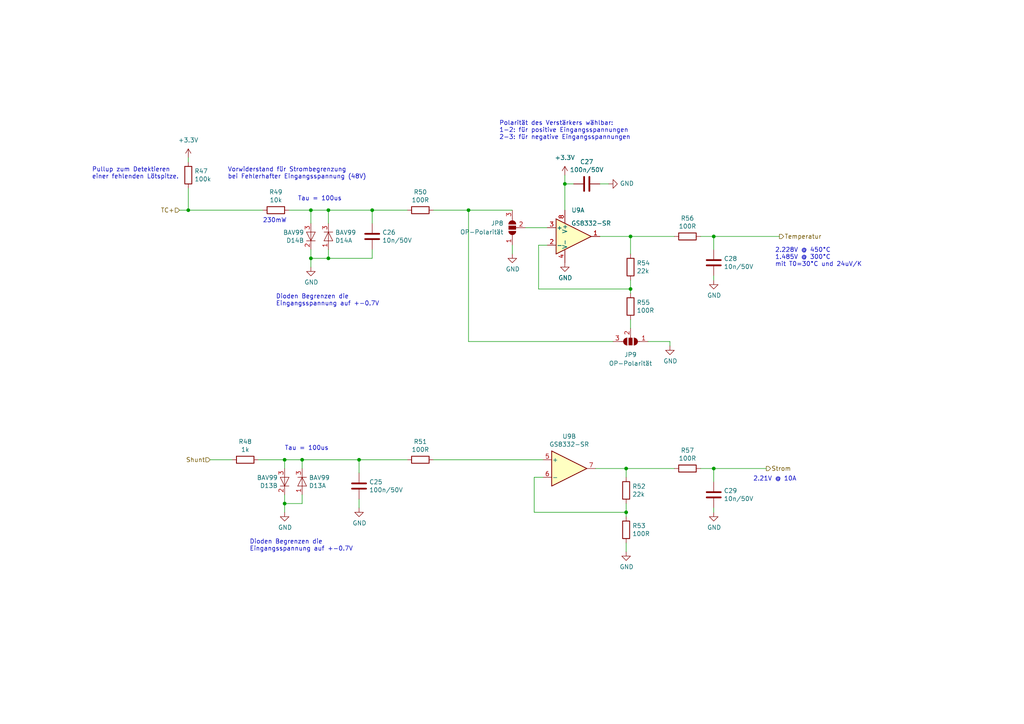
<source format=kicad_sch>
(kicad_sch (version 20211123) (generator eeschema)
  (paper "A4")
  (title_block (title "HTL Lötregler Mini") (date "2021-09-22") (rev "22.0.0-dev") (company "HTL Steyr") (comment 1 "Prof. Karl Zeilhofer et al."))
  (lib_symbols
    (symbol "Amplifier_Operational:LM358" (pin_names (offset 0.127))
      (property "Reference" "U" (at 0 5.08 0))
      (property "Value" "LM358" (at 0 -5.08 0))
      (symbol "LM358_1_1"
        (polyline (pts (xy -5.08 5.08) (xy 5.08 0) (xy -5.08 -5.08) (xy -5.08 5.08)) (stroke (width 0.254)) (fill (type background)))
        (pin output line (at 7.62 0 180) (length 2.54) (name "~") (number "1"))
        (pin input line (at -7.62 -2.54 0) (length 2.54) (name "-") (number "2"))
        (pin input line (at -7.62 2.54 0) (length 2.54) (name "+") (number "3"))
      )
      (symbol "LM358_2_1"
        (polyline (pts (xy -5.08 5.08) (xy 5.08 0) (xy -5.08 -5.08) (xy -5.08 5.08)) (stroke (width 0.254)) (fill (type background)))
        (pin input line (at -7.62 2.54 0) (length 2.54) (name "+") (number "5"))
        (pin input line (at -7.62 -2.54 0) (length 2.54) (name "-") (number "6"))
        (pin output line (at 7.62 0 180) (length 2.54) (name "~") (number "7"))
      )
      (symbol "LM358_3_1"
        (pin power_in line (at -2.54 -7.62 90) (length 3.81) (name "V-") (number "4"))
        (pin power_in line (at -2.54 7.62 270) (length 3.81) (name "V+") (number "8"))
      )
    )
    (symbol "Device:C" (pin_numbers hide) (pin_names (offset 0.254))
      (property "Reference" "C" (at 0.635 2.54 0))
      (property "Value" "C" (at 0.635 -2.54 0))
      (symbol "C_0_1"
        (polyline (pts (xy -2.032 -0.762) (xy 2.032 -0.762)) (stroke (width 0.508)))
        (polyline (pts (xy -2.032 0.762) (xy 2.032 0.762)) (stroke (width 0.508)))
      )
      (symbol "C_1_1"
        (pin passive line (at 0 3.81 270) (length 2.794) (name "~") (number "1"))
        (pin passive line (at 0 -3.81 90) (length 2.794) (name "~") (number "2"))
      )
    )
    (symbol "Device:R" (pin_numbers hide) (pin_names (offset 0))
      (property "Reference" "R" (at 2.032 0 90))
      (property "Value" "R" (at 0 0 90))
      (symbol "R_0_1"
        (rectangle (start -1.016 -2.54) (end 1.016 2.54) (stroke (width 0.254)))
      )
      (symbol "R_1_1"
        (pin passive line (at 0 3.81 270) (length 1.27) (name "~") (number "1"))
        (pin passive line (at 0 -3.81 90) (length 1.27) (name "~") (number "2"))
      )
    )
    (symbol "Jumper:SolderJumper_3_Open" (pin_names (offset 0) hide)
      (property "Reference" "JP" (at -2.54 -2.54 0))
      (property "Value" "SolderJumper_3_Open" (at 0 2.794 0))
      (symbol "SolderJumper_3_Open_0_1"
        (arc (start -1.016 1.016) (mid -2.032 0) (end -1.016 -1.016))
        (arc (start -1.016 1.016) (mid -2.032 0) (end -1.016 -1.016) (fill (type outline)))
        (rectangle (start -0.508 1.016) (end 0.508 -1.016) (fill (type outline)))
        (polyline (pts (xy -2.54 0) (xy -2.032 0)))
        (polyline (pts (xy -1.016 1.016) (xy -1.016 -1.016)))
        (polyline (pts (xy 0 -1.27) (xy 0 -1.016)))
        (polyline (pts (xy 1.016 1.016) (xy 1.016 -1.016)))
        (polyline (pts (xy 2.54 0) (xy 2.032 0)))
        (arc (start 1.016 -1.016) (mid 2.032 0) (end 1.016 1.016))
        (arc (start 1.016 -1.016) (mid 2.032 0) (end 1.016 1.016) (fill (type outline)))
      )
      (symbol "SolderJumper_3_Open_1_1"
        (pin passive line (at -5.08 0 0) (length 2.54) (name "A") (number "1"))
        (pin passive line (at 0 -3.81 90) (length 2.54) (name "C") (number "2"))
        (pin passive line (at 5.08 0 180) (length 2.54) (name "B") (number "3"))
      )
    )
    (symbol "jbc-miniregler-rescue:BAV99-Diode" (pin_names (offset 1.016) hide)
      (property "Reference" "D" (at 0 2.54 0))
      (property "Value" "BAV99-Diode" (at 0 -2.54 0))
      (symbol "BAV99-Diode_0_1"
        (polyline (pts (xy -1.27 1.27) (xy -1.27 -1.27)) (stroke (width 0.1524)))
        (polyline (pts (xy 1.27 0) (xy -1.27 0)))
        (polyline (pts (xy 1.27 1.27) (xy 1.27 -1.27)))
        (polyline (pts (xy 1.27 1.27) (xy -1.27 0) (xy 1.27 -1.27)))
      )
      (symbol "BAV99-Diode_1_1"
        (pin passive line (at 3.81 0 180) (length 2.54) (name "A") (number "1"))
        (pin passive line (at -3.81 0 0) (length 2.54) (name "K") (number "3"))
      )
      (symbol "BAV99-Diode_2_1"
        (pin passive line (at -3.81 0 0) (length 2.54) (name "K") (number "2"))
        (pin passive line (at 3.81 0 180) (length 2.54) (name "A") (number "3"))
      )
    )
    (symbol "power:+3.3V" (power) (pin_names (offset 0))
      (property "Value" "+3.3V" (at 0 3.556 0))
      (symbol "+3.3V_0_1"
        (polyline (pts (xy -0.762 1.27) (xy 0 2.54)))
        (polyline (pts (xy 0 0) (xy 0 2.54)))
        (polyline (pts (xy 0 2.54) (xy 0.762 1.27)))
      )
      (symbol "+3.3V_1_1"
        (pin power_in line (at 0 0 90) (length 0) hide (name "+3.3V") (number "1"))
      )
    )
    (symbol "power:GND" (power) (pin_names (offset 0))
      (property "Value" "GND" (at 0 -3.81 0))
      (symbol "GND_0_1"
        (polyline (pts (xy 0 0) (xy 0 -1.27) (xy 1.27 -1.27) (xy 0 -2.54) (xy -1.27 -1.27) (xy 0 -1.27)))
      )
      (symbol "GND_1_1"
        (pin power_in line (at 0 0 270) (length 0) hide (name "GND") (number "1"))
      )
    )
  )
  (junction (at 181.61 148.59))
  (junction (at 182.88 68.58))
  (junction (at 95.25 60.96))
  (junction (at 207.01 135.89))
  (junction (at 182.88 83.82))
  (junction (at 82.55 146.05))
  (junction (at 82.55 133.35))
  (junction (at 90.17 74.93))
  (junction (at 90.17 60.96))
  (junction (at 54.61 60.96))
  (junction (at 135.89 60.96))
  (junction (at 87.63 133.35))
  (junction (at 207.01 68.58))
  (junction (at 95.25 74.93))
  (junction (at 107.95 60.96))
  (junction (at 104.14 133.35))
  (junction (at 163.83 53.34))
  (junction (at 181.61 135.89))
  (wire (pts (xy 203.2 68.58) (xy 207.01 68.58)))
  (wire (pts (xy 60.96 133.35) (xy 67.31 133.35)))
  (wire (pts (xy 54.61 54.61) (xy 54.61 60.96)))
  (wire (pts (xy 107.95 64.77) (xy 107.95 60.96)))
  (wire (pts (xy 95.25 60.96) (xy 90.17 60.96)))
  (wire (pts (xy 176.53 53.34) (xy 173.99 53.34)))
  (wire (pts (xy 148.59 73.66) (xy 148.59 71.12)))
  (wire (pts (xy 152.4 66.04) (xy 158.75 66.04)))
  (wire (pts (xy 207.01 81.28) (xy 207.01 80.01)))
  (wire (pts (xy 82.55 133.35) (xy 87.63 133.35)))
  (wire (pts (xy 90.17 74.93) (xy 95.25 74.93)))
  (wire (pts (xy 54.61 60.96) (xy 76.2 60.96)))
  (wire (pts (xy 207.01 68.58) (xy 226.06 68.58)))
  (wire (pts (xy 181.61 157.48) (xy 181.61 160.02)))
  (wire (pts (xy 181.61 148.59) (xy 181.61 149.86)))
  (wire (pts (xy 207.01 148.59) (xy 207.01 147.32)))
  (wire (pts (xy 95.25 74.93) (xy 107.95 74.93)))
  (wire (pts (xy 95.25 72.39) (xy 95.25 74.93)))
  (wire (pts (xy 74.93 133.35) (xy 82.55 133.35)))
  (wire (pts (xy 194.31 99.06) (xy 194.31 100.33)))
  (wire (pts (xy 90.17 77.47) (xy 90.17 74.93)))
  (wire (pts (xy 87.63 135.89) (xy 87.63 133.35)))
  (wire (pts (xy 187.96 99.06) (xy 194.31 99.06)))
  (wire (pts (xy 52.07 60.96) (xy 54.61 60.96)))
  (wire (pts (xy 107.95 60.96) (xy 95.25 60.96)))
  (wire (pts (xy 82.55 148.59) (xy 82.55 146.05)))
  (wire (pts (xy 107.95 74.93) (xy 107.95 72.39)))
  (wire (pts (xy 181.61 148.59) (xy 154.94 148.59)))
  (wire (pts (xy 54.61 45.72) (xy 54.61 46.99)))
  (wire (pts (xy 90.17 74.93) (xy 90.17 72.39)))
  (wire (pts (xy 207.01 72.39) (xy 207.01 68.58)))
  (wire (pts (xy 182.88 81.28) (xy 182.88 83.82)))
  (wire (pts (xy 90.17 60.96) (xy 83.82 60.96)))
  (wire (pts (xy 82.55 146.05) (xy 87.63 146.05)))
  (wire (pts (xy 118.11 60.96) (xy 107.95 60.96)))
  (wire (pts (xy 163.83 53.34) (xy 163.83 60.96)))
  (wire (pts (xy 104.14 147.32) (xy 104.14 144.78)))
  (wire (pts (xy 182.88 68.58) (xy 195.58 68.58)))
  (wire (pts (xy 181.61 135.89) (xy 181.61 138.43)))
  (wire (pts (xy 156.21 83.82) (xy 156.21 71.12)))
  (wire (pts (xy 90.17 60.96) (xy 90.17 64.77)))
  (wire (pts (xy 135.89 60.96) (xy 135.89 99.06)))
  (wire (pts (xy 87.63 143.51) (xy 87.63 146.05)))
  (wire (pts (xy 104.14 133.35) (xy 118.11 133.35)))
  (wire (pts (xy 166.37 53.34) (xy 163.83 53.34)))
  (wire (pts (xy 182.88 83.82) (xy 156.21 83.82)))
  (wire (pts (xy 104.14 137.16) (xy 104.14 133.35)))
  (wire (pts (xy 95.25 64.77) (xy 95.25 60.96)))
  (wire (pts (xy 154.94 138.43) (xy 157.48 138.43)))
  (wire (pts (xy 156.21 71.12) (xy 158.75 71.12)))
  (wire (pts (xy 181.61 135.89) (xy 195.58 135.89)))
  (wire (pts (xy 154.94 148.59) (xy 154.94 138.43)))
  (wire (pts (xy 182.88 83.82) (xy 182.88 85.09)))
  (wire (pts (xy 207.01 139.7) (xy 207.01 135.89)))
  (wire (pts (xy 163.83 50.8) (xy 163.83 53.34)))
  (wire (pts (xy 87.63 133.35) (xy 104.14 133.35)))
  (wire (pts (xy 207.01 135.89) (xy 222.25 135.89)))
  (wire (pts (xy 172.72 135.89) (xy 181.61 135.89)))
  (wire (pts (xy 135.89 60.96) (xy 148.59 60.96)))
  (wire (pts (xy 173.99 68.58) (xy 182.88 68.58)))
  (wire (pts (xy 182.88 68.58) (xy 182.88 73.66)))
  (wire (pts (xy 125.73 133.35) (xy 157.48 133.35)))
  (wire (pts (xy 135.89 60.96) (xy 125.73 60.96)))
  (wire (pts (xy 82.55 146.05) (xy 82.55 143.51)))
  (wire (pts (xy 135.89 99.06) (xy 177.8 99.06)))
  (wire (pts (xy 181.61 146.05) (xy 181.61 148.59)))
  (wire (pts (xy 182.88 92.71) (xy 182.88 95.25)))
  (wire (pts (xy 82.55 135.89) (xy 82.55 133.35)))
  (wire (pts (xy 203.2 135.89) (xy 207.01 135.89)))
  (text "Dioden Begrenzen die \nEingangsspannung auf +-0.7V" (at 80.01 88.9 0) (effects (font (size 1.27 1.27)) (justify left bottom)))
  (text "230mW" (at 76.2 64.77 0) (effects (font (size 1.27 1.27)) (justify left bottom)))
  (text "Tau = 100us" (at 82.55 130.81 0) (effects (font (size 1.27 1.27)) (justify left bottom)))
  (text "Vorwiderstand für Strombegrenzung \nbei Fehlerhafter Eingangsspannung (48V)" (at 66.04 52.07 0) (effects (font (size 1.27 1.27)) (justify left bottom)))
  (text "Pullup zum Detektieren\neiner fehlenden Lötspitze. " (at 26.67 52.07 0) (effects (font (size 1.27 1.27)) (justify left bottom)))
  (text "Tau = 100us" (at 86.36 58.42 0) (effects (font (size 1.27 1.27)) (justify left bottom)))
  (text "Polarität des Verstärkers wählbar:\n1-2: für positive Eingangsspannungen\n2-3: für negative Eingangsspannungen" (at 144.78 40.64 0) (effects (font (size 1.27 1.27)) (justify left bottom)))
  (text "2.228V @ 450°C\n1.485V @ 300°C\nmit T0=30°C und 24uV/K" (at 224.79 77.47 0) (effects (font (size 1.27 1.27)) (justify left bottom)))
  (text "2.21V @ 10A" (at 218.44 139.7 0) (effects (font (size 1.27 1.27)) (justify left bottom)))
  (text "Dioden Begrenzen die \nEingangsspannung auf +-0.7V" (at 72.39 160.02 0) (effects (font (size 1.27 1.27)) (justify left bottom)))
  (hierarchical_label "TC+" (shape input) (at 52.07 60.96 180))
  (hierarchical_label "Shunt" (shape input) (at 60.96 133.35 180))
  (hierarchical_label "Temperatur" (shape output) (at 226.06 68.58 0))
  (hierarchical_label "Strom" (shape output) (at 222.25 135.89 0))
  (symbol (lib_id "Amplifier_Operational:LM358") (at 166.37 68.58 0) (unit 1)
    (property "Reference" "U9" (at 167.64 60.96 0))
    (property "Value" "GS8332-SR" (at 171.45 64.77 0))
    (property "Footprint" "Package_SO:SOIC-8_3.9x4.9mm_P1.27mm" (effects hide))
    (property "Datasheet" "http://www.ti.com/lit/ds/symlink/lm2904-n.pdf" (effects hide))
    (property "DistOrderNr" "C157713" (effects hide))
    (property "Distributor" "LCSC" (effects hide))
    (property "ManPartNr" "GS8332-SR" (effects hide))
    (property "Manufacturer" "Gainsil" (effects hide))
    (property "Notes" "Zero-Drift 2 2.1V ~ 5.5V 20uA 350kHz 0.2 V/us SOP-8_150mil Precision OpAmps" (effects hide))
    (property "PriceEUR" "0.3016" (effects hide))
    (property "PriceForQty" "100" (effects hide))
  )
  (symbol (lib_id "power:GND") (at 163.83 76.2 0) (unit 1)
    (property "Reference" "#PWR048" (effects hide))
    (property "Value" "GND" (at 163.957 80.5942 0))
  )
  (symbol (lib_id "Device:C") (at 170.18 53.34 270) (unit 1)
    (property "Reference" "C27" (at 170.18 46.9392 90))
    (property "Value" "100n/50V" (at 170.18 49.2506 90))
    (property "Footprint" "Capacitor_SMD:C_1206_3216Metric" (effects hide))
    (property "Datasheet" "https://datasheet.lcsc.com/szlcsc/1811151136_Walsin-Tech-Corp-0603B104K160CT_C80516.pdf" (effects hide))
    (property "DistOrderNr" "C464972" (effects hide))
    (property "Distributor" "LCSC" (effects hide))
    (property "ManPartNr" "FN31X104K500PXG" (effects hide))
    (property "Manufacturer" "PSA(Prosperity Dielectrics)" (effects hide))
    (property "Notes" "100nF ±10% 50V X7R Multilayer Ceramic Capacitors MLCC" (effects hide))
    (property "PriceEUR" "0.0093" (effects hide))
    (property "PriceForQty" "500" (effects hide))
  )
  (symbol (lib_id "power:GND") (at 176.53 53.34 90) (unit 1)
    (property "Reference" "#PWR049" (effects hide))
    (property "Value" "GND" (at 179.7812 53.213 90) (effects (justify right)))
  )
  (symbol (lib_id "jbc-miniregler-rescue:BAV99-Diode") (at 90.17 68.58 90) (unit 2)
    (property "Reference" "D14" (at 88.1888 69.7484 90) (effects (justify left)))
    (property "Value" "BAV99" (at 88.1888 67.437 90) (effects (justify left)))
    (property "Footprint" "Package_TO_SOT_SMD:SOT-23" (effects hide))
    (property "Datasheet" "https://assets.nexperia.com/documents/data-sheet/BAV99_SER.pdf" (effects hide))
    (property "DistOrderNr" "C2886576" (effects hide))
    (property "Distributor" "LCSC" (effects hide))
    (property "ManPartNr" "BAV99" (effects hide))
    (property "Manufacturer" "Guangdong Hottech" (effects hide))
    (property "Notes" "70V 200mA 1.25V @ 150mA 6ns SOT-23 Switching Diode" (effects hide))
    (property "PriceEUR" "0.0073" (effects hide))
    (property "PriceForQty" "500" (effects hide))
  )
  (symbol (lib_id "jbc-miniregler-rescue:BAV99-Diode") (at 95.25 68.58 270) (unit 1)
    (property "Reference" "D14" (at 97.2058 69.7484 90) (effects (justify left)))
    (property "Value" "BAV99" (at 97.2058 67.437 90) (effects (justify left)))
    (property "Footprint" "Package_TO_SOT_SMD:SOT-23" (effects hide))
    (property "Datasheet" "https://assets.nexperia.com/documents/data-sheet/BAV99_SER.pdf" (effects hide))
    (property "DistOrderNr" "C2886576" (effects hide))
    (property "Distributor" "LCSC" (effects hide))
    (property "ManPartNr" "BAV99" (effects hide))
    (property "Manufacturer" "Guangdong Hottech" (effects hide))
    (property "Notes" "70V 200mA 1.25V @ 150mA 6ns SOT-23 Switching Diode" (effects hide))
    (property "PriceEUR" "0.0073" (effects hide))
    (property "PriceForQty" "500" (effects hide))
  )
  (symbol (lib_id "Device:R") (at 182.88 77.47 0) (unit 1)
    (property "Reference" "R54" (at 184.658 76.3016 0) (effects (justify left)))
    (property "Value" "22k" (at 184.658 78.613 0) (effects (justify left)))
    (property "Footprint" "Resistor_SMD:R_1206_3216Metric" (effects hide))
    (property "PriceEUR" "0.01" (effects hide))
    (property "Distributor" "AufLager" (effects hide))
    (property "DistOrderNr" "R3216-22k" (effects hide))
  )
  (symbol (lib_id "Device:R") (at 182.88 88.9 0) (unit 1)
    (property "Reference" "R55" (at 184.658 87.7316 0) (effects (justify left)))
    (property "Value" "100R" (at 184.658 90.043 0) (effects (justify left)))
    (property "Footprint" "Resistor_SMD:R_1206_3216Metric" (effects hide))
    (property "Datasheet" "https://datasheet.lcsc.com/lcsc/1811141436_Ever-Ohms-Tech-CR1206F100RP05Z_C245445.pdf" (effects hide))
    (property "PriceEUR" "0.0030" (effects hide))
    (property "DistOrderNr" "C245445" (effects hide))
    (property "Distributor" "LCSC" (effects hide))
    (property "ManPartNr" "CR1206F100RP05Z" (effects hide))
    (property "Manufacturer" "Ever Ohms Tech" (effects hide))
    (property "Notes" "0.25W ±1% ±100ppm/℃ 100Ω 1206" (effects hide))
    (property "PriceForQty" "500" (effects hide))
  )
  (symbol (lib_id "power:GND") (at 194.31 100.33 0) (unit 1)
    (property "Reference" "#PWR051" (effects hide))
    (property "Value" "GND" (at 194.437 104.7242 0))
  )
  (symbol (lib_id "Device:R") (at 80.01 60.96 270) (unit 1)
    (property "Reference" "R49" (at 80.01 55.7022 90))
    (property "Value" "10k" (at 80.01 58.0136 90))
    (property "Footprint" "Resistor_SMD:R_1206_3216Metric" (effects hide))
    (property "Datasheet" "https://datasheet.lcsc.com/lcsc/1810301936_FH--Guangdong-Fenghua-Advanced-Tech-RS-06K103JT_C118075.pdf" (effects hide))
    (property "PriceEUR" "0.01" (effects hide))
    (property "DistOrderNr" "C118075" (effects hide))
    (property "Distributor" "LCSC" (effects hide))
    (property "Notes" "10kΩ ±5% 0.25W ±100ppm/℃ 3216 Chip Resistor" (effects hide))
    (property "ManPartNr" "RS-06K103JT" (effects hide))
    (property "Manufacturer" "FH (Guangdong Fenghua Advanced Tech)" (effects hide))
  )
  (symbol (lib_id "Device:C") (at 107.95 68.58 0) (unit 1)
    (property "Reference" "C26" (at 110.871 67.4116 0) (effects (justify left)))
    (property "Value" "10n/50V" (at 110.871 69.723 0) (effects (justify left)))
    (property "Footprint" "Capacitor_SMD:C_1206_3216Metric" (effects hide))
    (property "Datasheet" "https://datasheet.lcsc.com/lcsc/2006031834_PSA-Prosperity-Dielectrics-FN31X103K500PXG_C525316.pdf" (effects hide))
    (property "DistOrderNr" "C525316" (effects hide))
    (property "Distributor" "LCSC" (effects hide))
    (property "ManPartNr" "FN31X103K500PXG" (effects hide))
    (property "Manufacturer" "PSA(Prosperity Dielectrics)" (effects hide))
    (property "Notes" "10nF ±10% 50V X7R  Multilayer Ceramic Capacitors MLCC" (effects hide))
    (property "PriceEUR" "0.0106" (effects hide))
    (property "PriceForQty" "500" (effects hide))
  )
  (symbol (lib_id "power:GND") (at 90.17 77.47 0) (unit 1)
    (property "Reference" "#PWR044" (effects hide))
    (property "Value" "GND" (at 90.297 81.8642 0))
  )
  (symbol (lib_id "Amplifier_Operational:LM358") (at 165.1 135.89 0) (unit 2)
    (property "Reference" "U9" (at 165.1 126.5682 0))
    (property "Value" "GS8332-SR" (at 165.1 128.8796 0))
    (property "Footprint" "Package_SO:SOIC-8_3.9x4.9mm_P1.27mm" (effects hide))
    (property "Datasheet" "http://www.ti.com/lit/ds/symlink/lm2904-n.pdf" (effects hide))
    (property "DistOrderNr" "C157713" (effects hide))
    (property "Distributor" "LCSC" (effects hide))
    (property "ManPartNr" "GS8332-SR" (effects hide))
    (property "Manufacturer" "Gainsil" (effects hide))
    (property "Notes" "Zero-Drift 2 2.1V ~ 5.5V 20uA 350kHz 0.2 V/us SOP-8_150mil Precision OpAmps" (effects hide))
    (property "PriceEUR" "0.3016" (effects hide))
    (property "PriceForQty" "100" (effects hide))
  )
  (symbol (lib_id "Device:R") (at 181.61 142.24 0) (unit 1)
    (property "Reference" "R52" (at 183.388 141.0716 0) (effects (justify left)))
    (property "Value" "22k" (at 183.388 143.383 0) (effects (justify left)))
    (property "Footprint" "Resistor_SMD:R_1206_3216Metric" (effects hide))
    (property "PriceEUR" "0.01" (effects hide))
    (property "Distributor" "AufLager" (effects hide))
    (property "DistOrderNr" "R3216-22k" (effects hide))
  )
  (symbol (lib_id "Device:R") (at 181.61 153.67 0) (unit 1)
    (property "Reference" "R53" (at 183.388 152.5016 0) (effects (justify left)))
    (property "Value" "100R" (at 183.388 154.813 0) (effects (justify left)))
    (property "Footprint" "Resistor_SMD:R_1206_3216Metric" (effects hide))
    (property "Datasheet" "https://datasheet.lcsc.com/lcsc/1811141436_Ever-Ohms-Tech-CR1206F100RP05Z_C245445.pdf" (effects hide))
    (property "PriceEUR" "0.0030" (effects hide))
    (property "DistOrderNr" "C245445" (effects hide))
    (property "Distributor" "LCSC" (effects hide))
    (property "ManPartNr" "CR1206F100RP05Z" (effects hide))
    (property "Manufacturer" "Ever Ohms Tech" (effects hide))
    (property "Notes" "0.25W ±1% ±100ppm/℃ 100Ω 1206" (effects hide))
    (property "PriceForQty" "500" (effects hide))
  )
  (symbol (lib_id "power:GND") (at 181.61 160.02 0) (unit 1)
    (property "Reference" "#PWR050" (effects hide))
    (property "Value" "GND" (at 181.737 164.4142 0))
  )
  (symbol (lib_id "power:GND") (at 104.14 147.32 0) (unit 1)
    (property "Reference" "#PWR045" (effects hide))
    (property "Value" "GND" (at 104.267 151.7142 0))
  )
  (symbol (lib_id "power:GND") (at 148.59 73.66 0) (unit 1)
    (property "Reference" "#PWR046" (effects hide))
    (property "Value" "GND" (at 148.717 78.0542 0))
  )
  (symbol (lib_id "Device:R") (at 121.92 60.96 90) (unit 1)
    (property "Reference" "R50" (at 121.92 55.7022 90))
    (property "Value" "100R" (at 121.92 58.0136 90))
    (property "Footprint" "Resistor_SMD:R_1206_3216Metric" (effects hide))
    (property "Datasheet" "https://datasheet.lcsc.com/lcsc/1811141436_Ever-Ohms-Tech-CR1206F100RP05Z_C245445.pdf" (effects hide))
    (property "PriceEUR" "0.0030" (effects hide))
    (property "DistOrderNr" "C245445" (effects hide))
    (property "Distributor" "LCSC" (effects hide))
    (property "ManPartNr" "CR1206F100RP05Z" (effects hide))
    (property "Manufacturer" "Ever Ohms Tech" (effects hide))
    (property "Notes" "0.25W ±1% ±100ppm/℃ 100Ω 1206" (effects hide))
    (property "PriceForQty" "500" (effects hide))
  )
  (symbol (lib_id "Device:R") (at 121.92 133.35 90) (unit 1)
    (property "Reference" "R51" (at 121.92 128.0922 90))
    (property "Value" "100R" (at 121.92 130.4036 90))
    (property "Footprint" "Resistor_SMD:R_1206_3216Metric" (effects hide))
    (property "Datasheet" "https://datasheet.lcsc.com/lcsc/1811141436_Ever-Ohms-Tech-CR1206F100RP05Z_C245445.pdf" (effects hide))
    (property "PriceEUR" "0.0030" (effects hide))
    (property "DistOrderNr" "C245445" (effects hide))
    (property "Distributor" "LCSC" (effects hide))
    (property "ManPartNr" "CR1206F100RP05Z" (effects hide))
    (property "Manufacturer" "Ever Ohms Tech" (effects hide))
    (property "Notes" "0.25W ±1% ±100ppm/℃ 100Ω 1206" (effects hide))
    (property "PriceForQty" "500" (effects hide))
  )
  (symbol (lib_id "Amplifier_Operational:LM358") (at 166.37 68.58 0) (unit 3)
    (property "Reference" "U9" (effects hide))
    (property "Value" "GS8332-SR" (effects hide))
    (property "Footprint" "Package_SO:SOIC-8_3.9x4.9mm_P1.27mm" (effects hide))
    (property "Datasheet" "http://www.ti.com/lit/ds/symlink/lm2904-n.pdf" (effects hide))
    (property "DistOrderNr" "C157713" (effects hide))
    (property "Distributor" "LCSC" (effects hide))
    (property "ManPartNr" "GS8332-SR" (effects hide))
    (property "Manufacturer" "Gainsil" (effects hide))
    (property "Notes" "Zero-Drift 2 2.1V ~ 5.5V 20uA 350kHz 0.2 V/us SOP-8_150mil Precision OpAmps" (effects hide))
    (property "PriceEUR" "0.3016" (effects hide))
    (property "PriceForQty" "100" (effects hide))
  )
  (symbol (lib_id "Device:R") (at 199.39 68.58 90) (unit 1)
    (property "Reference" "R56" (at 199.39 63.3222 90))
    (property "Value" "100R" (at 199.39 65.6336 90))
    (property "Footprint" "Resistor_SMD:R_1206_3216Metric" (effects hide))
    (property "Datasheet" "https://datasheet.lcsc.com/lcsc/1811141436_Ever-Ohms-Tech-CR1206F100RP05Z_C245445.pdf" (effects hide))
    (property "PriceEUR" "0.0030" (effects hide))
    (property "DistOrderNr" "C245445" (effects hide))
    (property "Distributor" "LCSC" (effects hide))
    (property "ManPartNr" "CR1206F100RP05Z" (effects hide))
    (property "Manufacturer" "Ever Ohms Tech" (effects hide))
    (property "Notes" "0.25W ±1% ±100ppm/℃ 100Ω 1206" (effects hide))
    (property "PriceForQty" "500" (effects hide))
  )
  (symbol (lib_id "Device:C") (at 207.01 76.2 0) (unit 1)
    (property "Reference" "C28" (at 209.931 75.0316 0) (effects (justify left)))
    (property "Value" "10n/50V" (at 209.931 77.343 0) (effects (justify left)))
    (property "Footprint" "Capacitor_SMD:C_1206_3216Metric" (effects hide))
    (property "Datasheet" "https://datasheet.lcsc.com/lcsc/2006031834_PSA-Prosperity-Dielectrics-FN31X103K500PXG_C525316.pdf" (effects hide))
    (property "DistOrderNr" "C525316" (effects hide))
    (property "Distributor" "LCSC" (effects hide))
    (property "ManPartNr" "FN31X103K500PXG" (effects hide))
    (property "Manufacturer" "PSA(Prosperity Dielectrics)" (effects hide))
    (property "Notes" "10nF ±10% 50V X7R  Multilayer Ceramic Capacitors MLCC" (effects hide))
    (property "PriceEUR" "0.0106" (effects hide))
    (property "PriceForQty" "500" (effects hide))
  )
  (symbol (lib_id "power:GND") (at 207.01 81.28 0) (unit 1)
    (property "Reference" "#PWR052" (effects hide))
    (property "Value" "GND" (at 207.137 85.6742 0))
  )
  (symbol (lib_id "Device:R") (at 199.39 135.89 90) (unit 1)
    (property "Reference" "R57" (at 199.39 130.6322 90))
    (property "Value" "100R" (at 199.39 132.9436 90))
    (property "Footprint" "Resistor_SMD:R_1206_3216Metric" (effects hide))
    (property "Datasheet" "https://datasheet.lcsc.com/lcsc/1811141436_Ever-Ohms-Tech-CR1206F100RP05Z_C245445.pdf" (effects hide))
    (property "PriceEUR" "0.0030" (effects hide))
    (property "DistOrderNr" "C245445" (effects hide))
    (property "Distributor" "LCSC" (effects hide))
    (property "ManPartNr" "CR1206F100RP05Z" (effects hide))
    (property "Manufacturer" "Ever Ohms Tech" (effects hide))
    (property "Notes" "0.25W ±1% ±100ppm/℃ 100Ω 1206" (effects hide))
    (property "PriceForQty" "500" (effects hide))
  )
  (symbol (lib_id "Device:C") (at 207.01 143.51 0) (unit 1)
    (property "Reference" "C29" (at 209.931 142.3416 0) (effects (justify left)))
    (property "Value" "10n/50V" (at 209.931 144.653 0) (effects (justify left)))
    (property "Footprint" "Capacitor_SMD:C_1206_3216Metric" (effects hide))
    (property "Datasheet" "https://datasheet.lcsc.com/lcsc/2006031834_PSA-Prosperity-Dielectrics-FN31X103K500PXG_C525316.pdf" (effects hide))
    (property "DistOrderNr" "C525316" (effects hide))
    (property "Distributor" "LCSC" (effects hide))
    (property "ManPartNr" "FN31X103K500PXG" (effects hide))
    (property "Manufacturer" "PSA(Prosperity Dielectrics)" (effects hide))
    (property "Notes" "10nF ±10% 50V X7R  Multilayer Ceramic Capacitors MLCC" (effects hide))
    (property "PriceEUR" "0.0106" (effects hide))
    (property "PriceForQty" "500" (effects hide))
  )
  (symbol (lib_id "power:GND") (at 207.01 148.59 0) (unit 1)
    (property "Reference" "#PWR053" (effects hide))
    (property "Value" "GND" (at 207.137 152.9842 0))
  )
  (symbol (lib_id "Device:R") (at 54.61 50.8 0) (unit 1)
    (property "Reference" "R47" (at 56.388 49.6316 0) (effects (justify left)))
    (property "Value" "100k" (at 56.388 51.943 0) (effects (justify left)))
    (property "Footprint" "Resistor_SMD:R_1206_3216Metric" (effects hide))
    (property "Datasheet" "https://datasheet.lcsc.com/lcsc/1811101612_TyoHM-RMC1206100K1-N_C269765.pdf" (effects hide))
    (property "PriceEUR" "0.01" (effects hide))
    (property "DistOrderNr" "C269765" (effects hide))
    (property "Distributor" "LCSC" (effects hide))
    (property "ManPartNr" "RMC1206100K1%N" (effects hide))
    (property "Manufacturer" "TyoHM" (effects hide))
    (property "Notes" "250mW ±1% 100kΩ 1206 Chip Resistor" (effects hide))
  )
  (symbol (lib_id "jbc-miniregler-rescue:BAV99-Diode") (at 82.55 139.7 90) (unit 2)
    (property "Reference" "D13" (at 80.5688 140.8684 90) (effects (justify left)))
    (property "Value" "BAV99" (at 80.5688 138.557 90) (effects (justify left)))
    (property "Footprint" "Package_TO_SOT_SMD:SOT-23" (effects hide))
    (property "Datasheet" "https://assets.nexperia.com/documents/data-sheet/BAV99_SER.pdf" (effects hide))
    (property "DistOrderNr" "C2886576" (effects hide))
    (property "Distributor" "LCSC" (effects hide))
    (property "ManPartNr" "BAV99" (effects hide))
    (property "Manufacturer" "Guangdong Hottech" (effects hide))
    (property "Notes" "70V 200mA 1.25V @ 150mA 6ns SOT-23 Switching Diode" (effects hide))
    (property "PriceEUR" "0.0073" (effects hide))
    (property "PriceForQty" "500" (effects hide))
  )
  (symbol (lib_id "jbc-miniregler-rescue:BAV99-Diode") (at 87.63 139.7 270) (unit 1)
    (property "Reference" "D13" (at 89.5858 140.8684 90) (effects (justify left)))
    (property "Value" "BAV99" (at 89.5858 138.557 90) (effects (justify left)))
    (property "Footprint" "Package_TO_SOT_SMD:SOT-23" (effects hide))
    (property "Datasheet" "https://assets.nexperia.com/documents/data-sheet/BAV99_SER.pdf" (effects hide))
    (property "DistOrderNr" "C2886576" (effects hide))
    (property "Distributor" "LCSC" (effects hide))
    (property "ManPartNr" "BAV99" (effects hide))
    (property "Manufacturer" "Guangdong Hottech" (effects hide))
    (property "Notes" "70V 200mA 1.25V @ 150mA 6ns SOT-23 Switching Diode" (effects hide))
    (property "PriceEUR" "0.0073" (effects hide))
    (property "PriceForQty" "500" (effects hide))
  )
  (symbol (lib_id "power:GND") (at 82.55 148.59 0) (unit 1)
    (property "Reference" "#PWR043" (effects hide))
    (property "Value" "GND" (at 82.677 152.9842 0))
  )
  (symbol (lib_id "Device:R") (at 71.12 133.35 90) (unit 1)
    (property "Reference" "R48" (at 71.12 128.0922 90))
    (property "Value" "1k" (at 71.12 130.4036 90))
    (property "Footprint" "Resistor_SMD:R_1206_3216Metric" (effects hide))
    (property "Datasheet" "https://datasheet.lcsc.com/lcsc/1811081842_RALEC-RTT06102JTP_C104601.pdf" (effects hide))
    (property "PriceEUR" "0.0042" (effects hide))
    (property "DistOrderNr" "C104601" (effects hide))
    (property "Distributor" "LCSC" (effects hide))
    (property "ManPartNr" "RTT03101JTP" (effects hide))
    (property "Manufacturer" "Ralec" (effects hide))
    (property "Notes" "1kΩ ±5% 0.25W ±100ppm/℃ 1206 Chip Resistor" (effects hide))
    (property "PriceForQty" "50" (effects hide))
  )
  (symbol (lib_id "Device:C") (at 104.14 140.97 180) (unit 1)
    (property "Reference" "C25" (at 107.061 139.8016 0) (effects (justify right)))
    (property "Value" "100n/50V" (at 107.061 142.113 0) (effects (justify right)))
    (property "Footprint" "Capacitor_SMD:C_1206_3216Metric" (effects hide))
    (property "Datasheet" "https://datasheet.lcsc.com/szlcsc/1811151136_Walsin-Tech-Corp-0603B104K160CT_C80516.pdf" (effects hide))
    (property "DistOrderNr" "C464972" (effects hide))
    (property "Distributor" "LCSC" (effects hide))
    (property "ManPartNr" "FN31X104K500PXG" (effects hide))
    (property "Manufacturer" "PSA(Prosperity Dielectrics)" (effects hide))
    (property "Notes" "100nF ±10% 50V X7R Multilayer Ceramic Capacitors MLCC" (effects hide))
    (property "PriceEUR" "0.0093" (effects hide))
    (property "PriceForQty" "500" (effects hide))
  )
  (symbol (lib_id "power:+3.3V") (at 163.83 50.8 0) (unit 1)
    (property "Reference" "#PWR047" (effects hide))
    (property "Value" "+3.3V" (at 163.83 45.72 0))
  )
  (symbol (lib_id "Jumper:SolderJumper_3_Open") (at 182.88 99.06 180) (unit 1)
    (property "Reference" "JP9" (at 182.88 102.87 0))
    (property "Value" "OP-Polarität" (at 182.88 105.41 0))
    (property "Footprint" "Jumper:SolderJumper-3_P2.0mm_Open_TrianglePad1.0x1.5mm_NumberLabels" (effects hide))
    (property "DistOrderNr" "NAP" (effects hide))
    (property "Distributor" "NAP" (effects hide))
    (property "ManPartNr" "NAP" (effects hide))
    (property "Manufacturer" "NAP" (effects hide))
    (property "Notes" "NAP" (effects hide))
  )
  (symbol (lib_id "Jumper:SolderJumper_3_Open") (at 148.59 66.04 90) (unit 1)
    (property "Reference" "JP8" (at 146.05 64.7699 90) (effects (justify left)))
    (property "Value" "OP-Polarität" (at 146.05 67.3099 90) (effects (justify left)))
    (property "Footprint" "Jumper:SolderJumper-3_P2.0mm_Open_TrianglePad1.0x1.5mm_NumberLabels" (effects hide))
    (property "DistOrderNr" "NAP" (effects hide))
    (property "Distributor" "NAP" (effects hide))
    (property "ManPartNr" "NAP" (effects hide))
    (property "Manufacturer" "NAP" (effects hide))
    (property "Notes" "NAP" (effects hide))
  )
  (symbol (lib_id "power:+3.3V") (at 54.61 45.72 0) (unit 1)
    (property "Reference" "#PWR042" (effects hide))
    (property "Value" "+3.3V" (at 54.61 40.64 0))
  )
)
</source>
